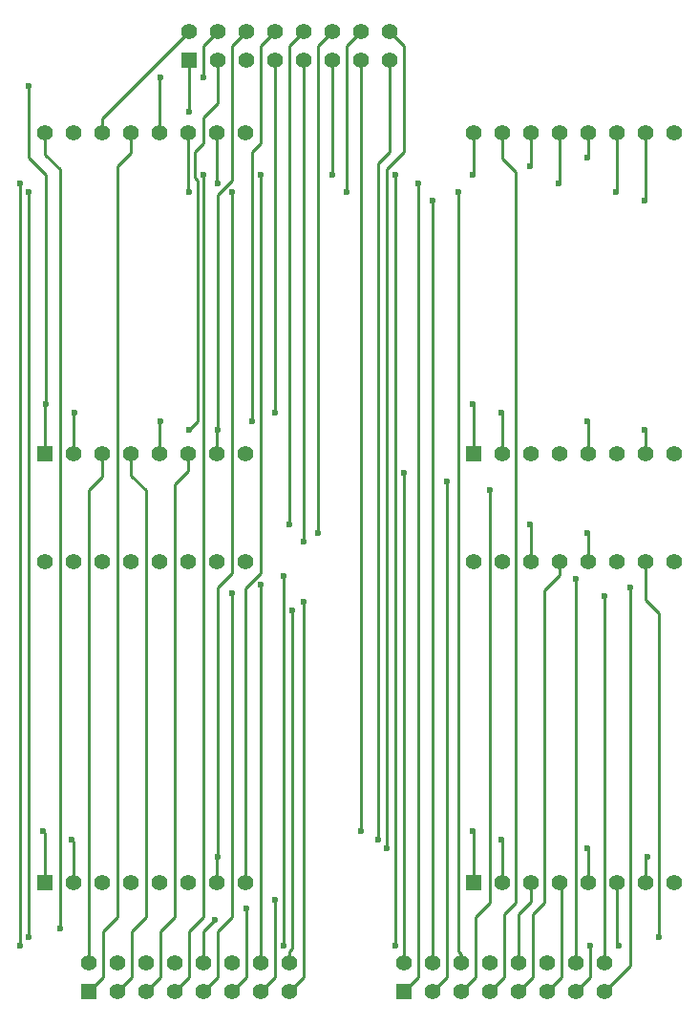
<source format=gbr>
G04 #@! TF.FileFunction,Copper,L2,Bot,Signal*
%FSLAX46Y46*%
G04 Gerber Fmt 4.6, Leading zero omitted, Abs format (unit mm)*
G04 Created by KiCad (PCBNEW 4.0.7) date 05/27/21 16:33:05*
%MOMM*%
%LPD*%
G01*
G04 APERTURE LIST*
%ADD10C,0.100000*%
%ADD11R,1.400000X1.400000*%
%ADD12C,1.400000*%
%ADD13C,0.600000*%
%ADD14C,0.250000*%
G04 APERTURE END LIST*
D10*
D11*
X63972000Y-138908000D03*
D12*
X63972000Y-136368000D03*
X66512000Y-138908000D03*
X66512000Y-136368000D03*
X69052000Y-138908000D03*
X69052000Y-136368000D03*
X71592000Y-138908000D03*
X71592000Y-136368000D03*
X74132000Y-138908000D03*
X74132000Y-136368000D03*
X76672000Y-138908000D03*
X76672000Y-136368000D03*
X79212000Y-138908000D03*
X79212000Y-136368000D03*
X81752000Y-138908000D03*
X81752000Y-136368000D03*
D11*
X91912000Y-138908000D03*
D12*
X91912000Y-136368000D03*
X94452000Y-138908000D03*
X94452000Y-136368000D03*
X96992000Y-138908000D03*
X96992000Y-136368000D03*
X99532000Y-138908000D03*
X99532000Y-136368000D03*
X102072000Y-138908000D03*
X102072000Y-136368000D03*
X104612000Y-138908000D03*
X104612000Y-136368000D03*
X107152000Y-138908000D03*
X107152000Y-136368000D03*
X109692000Y-138908000D03*
X109692000Y-136368000D03*
D11*
X72862000Y-56358000D03*
D12*
X72862000Y-53818000D03*
X75402000Y-56358000D03*
X75402000Y-53818000D03*
X77942000Y-56358000D03*
X77942000Y-53818000D03*
X80482000Y-56358000D03*
X80482000Y-53818000D03*
X83022000Y-56358000D03*
X83022000Y-53818000D03*
X85562000Y-56358000D03*
X85562000Y-53818000D03*
X88102000Y-56358000D03*
X88102000Y-53818000D03*
X90642000Y-56358000D03*
X90642000Y-53818000D03*
D11*
X60110000Y-91250000D03*
D12*
X62650000Y-91250000D03*
X65190000Y-91250000D03*
X67730000Y-91250000D03*
X70270000Y-91250000D03*
X72810000Y-91250000D03*
X75350000Y-91250000D03*
X77890000Y-91250000D03*
X77890000Y-62750000D03*
X75350000Y-62750000D03*
X72810000Y-62750000D03*
X70270000Y-62750000D03*
X67730000Y-62750000D03*
X65190000Y-62750000D03*
X62650000Y-62750000D03*
X60110000Y-62750000D03*
D11*
X60110000Y-129250000D03*
D12*
X62650000Y-129250000D03*
X65190000Y-129250000D03*
X67730000Y-129250000D03*
X70270000Y-129250000D03*
X72810000Y-129250000D03*
X75350000Y-129250000D03*
X77890000Y-129250000D03*
X77890000Y-100750000D03*
X75350000Y-100750000D03*
X72810000Y-100750000D03*
X70270000Y-100750000D03*
X67730000Y-100750000D03*
X65190000Y-100750000D03*
X62650000Y-100750000D03*
X60110000Y-100750000D03*
D11*
X98110000Y-91250000D03*
D12*
X100650000Y-91250000D03*
X103190000Y-91250000D03*
X105730000Y-91250000D03*
X108270000Y-91250000D03*
X110810000Y-91250000D03*
X113350000Y-91250000D03*
X115890000Y-91250000D03*
X115890000Y-62750000D03*
X113350000Y-62750000D03*
X110810000Y-62750000D03*
X108270000Y-62750000D03*
X105730000Y-62750000D03*
X103190000Y-62750000D03*
X100650000Y-62750000D03*
X98110000Y-62750000D03*
D11*
X98110000Y-129250000D03*
D12*
X100650000Y-129250000D03*
X103190000Y-129250000D03*
X105730000Y-129250000D03*
X108270000Y-129250000D03*
X110810000Y-129250000D03*
X113350000Y-129250000D03*
X115890000Y-129250000D03*
X115890000Y-100750000D03*
X113350000Y-100750000D03*
X110810000Y-100750000D03*
X108270000Y-100750000D03*
X105730000Y-100750000D03*
X103190000Y-100750000D03*
X100650000Y-100750000D03*
X98110000Y-100750000D03*
D13*
X75402000Y-67280000D03*
X57876000Y-67280000D03*
X57876000Y-134844000D03*
X72862000Y-68042000D03*
X58638000Y-68042000D03*
X58638000Y-134082000D03*
X74132000Y-66518000D03*
X61432000Y-133320000D03*
X76672000Y-103602000D03*
X75148000Y-132558000D03*
X77942000Y-131542000D03*
X81244000Y-102078000D03*
X81244000Y-134844000D03*
X80482000Y-130780000D03*
X79212000Y-102840000D03*
X83022000Y-104364000D03*
X82006000Y-105126000D03*
X105628000Y-67280000D03*
X93182000Y-67280000D03*
X91912000Y-92934000D03*
X95722000Y-93696000D03*
X113248000Y-68804000D03*
X94452000Y-68804000D03*
X99532000Y-94458000D03*
X110708000Y-68042000D03*
X96738000Y-68042000D03*
X91150000Y-134844000D03*
X98008000Y-66518000D03*
X91150000Y-66518000D03*
X114518000Y-134082000D03*
X110962000Y-134844000D03*
X108422000Y-134844000D03*
X107152000Y-102332000D03*
X111978000Y-103094000D03*
X109692000Y-103856000D03*
X72862000Y-60930000D03*
X103088000Y-65756000D03*
X72862000Y-89124000D03*
X108168000Y-64994000D03*
X70322000Y-57882000D03*
X74132000Y-57882000D03*
X58638000Y-58644000D03*
X98008000Y-86838000D03*
X60162000Y-86838000D03*
X113248000Y-89124000D03*
X75402000Y-89124000D03*
X80482000Y-87600000D03*
X100548000Y-87600000D03*
X62702000Y-87600000D03*
X78450000Y-88362000D03*
X108168000Y-88362000D03*
X70322000Y-88362000D03*
X83022000Y-99030000D03*
X81752000Y-97506000D03*
X103088000Y-97506000D03*
X85562000Y-66518000D03*
X79212000Y-66518000D03*
X84292000Y-98268000D03*
X108168000Y-98268000D03*
X88102000Y-124684000D03*
X98008000Y-124684000D03*
X59908000Y-124684000D03*
X86832000Y-68042000D03*
X76672000Y-68042000D03*
X113502000Y-126970000D03*
X75402000Y-126970000D03*
X89626000Y-125446000D03*
X62448000Y-125446000D03*
X100548000Y-125446000D03*
X90388000Y-126208000D03*
X108168000Y-126208000D03*
D14*
X63972000Y-138908000D02*
X65242000Y-137638000D01*
X67730000Y-64538000D02*
X67730000Y-62750000D01*
X66512000Y-65756000D02*
X67730000Y-64538000D01*
X66512000Y-132304000D02*
X66512000Y-65756000D01*
X65242000Y-133574000D02*
X66512000Y-132304000D01*
X65242000Y-137638000D02*
X65242000Y-133574000D01*
X63972000Y-136368000D02*
X63972000Y-94458000D01*
X65190000Y-93240000D02*
X65190000Y-91250000D01*
X63972000Y-94458000D02*
X65190000Y-93240000D01*
X66512000Y-138908000D02*
X67782000Y-137638000D01*
X67730000Y-93136000D02*
X67730000Y-91250000D01*
X69052000Y-94458000D02*
X67730000Y-93136000D01*
X69052000Y-132304000D02*
X69052000Y-94458000D01*
X67782000Y-133574000D02*
X69052000Y-132304000D01*
X67782000Y-137638000D02*
X67782000Y-133574000D01*
X57876000Y-134844000D02*
X57876000Y-67280000D01*
X75402000Y-67280000D02*
X75350000Y-67280000D01*
X75350000Y-67280000D02*
X75350000Y-62750000D01*
X69052000Y-138908000D02*
X70322000Y-137638000D01*
X72810000Y-92732000D02*
X72810000Y-91250000D01*
X71592000Y-93950000D02*
X72810000Y-92732000D01*
X71592000Y-132304000D02*
X71592000Y-93950000D01*
X70322000Y-133574000D02*
X71592000Y-132304000D01*
X70322000Y-137638000D02*
X70322000Y-133574000D01*
X72810000Y-67990000D02*
X72810000Y-62750000D01*
X72862000Y-68042000D02*
X72810000Y-67990000D01*
X58638000Y-134082000D02*
X58638000Y-68042000D01*
X71592000Y-138908000D02*
X72862000Y-137638000D01*
X74132000Y-132304000D02*
X74132000Y-66518000D01*
X72862000Y-133574000D02*
X74132000Y-132304000D01*
X72862000Y-137638000D02*
X72862000Y-133574000D01*
X60110000Y-64688000D02*
X60110000Y-62750000D01*
X61432000Y-66010000D02*
X60110000Y-64688000D01*
X61432000Y-133320000D02*
X61432000Y-66010000D01*
X74132000Y-138908000D02*
X75402000Y-137638000D01*
X76672000Y-132304000D02*
X76672000Y-103602000D01*
X75402000Y-133574000D02*
X76672000Y-132304000D01*
X75402000Y-137638000D02*
X75402000Y-133574000D01*
X74132000Y-136368000D02*
X74132000Y-133574000D01*
X74132000Y-133574000D02*
X75148000Y-132558000D01*
X76672000Y-138908000D02*
X77942000Y-137638000D01*
X77942000Y-137638000D02*
X77942000Y-131542000D01*
X81244000Y-134844000D02*
X81244000Y-102078000D01*
X79212000Y-138908000D02*
X80482000Y-137638000D01*
X80482000Y-137638000D02*
X80482000Y-130780000D01*
X79212000Y-136368000D02*
X79212000Y-102840000D01*
X81752000Y-138908000D02*
X83022000Y-137638000D01*
X83022000Y-137638000D02*
X83022000Y-104364000D01*
X81752000Y-136368000D02*
X81752000Y-135352000D01*
X82006000Y-135098000D02*
X82006000Y-105126000D01*
X81752000Y-135352000D02*
X82006000Y-135098000D01*
X91912000Y-138908000D02*
X93182000Y-137638000D01*
X105730000Y-67178000D02*
X105730000Y-62750000D01*
X105628000Y-67280000D02*
X105730000Y-67178000D01*
X93182000Y-137638000D02*
X93182000Y-67280000D01*
X91912000Y-136368000D02*
X91912000Y-92934000D01*
X94452000Y-138908000D02*
X95722000Y-137638000D01*
X95722000Y-137638000D02*
X95722000Y-93696000D01*
X94452000Y-136368000D02*
X94452000Y-68804000D01*
X113350000Y-68702000D02*
X113350000Y-62750000D01*
X113248000Y-68804000D02*
X113350000Y-68702000D01*
X96992000Y-138908000D02*
X98262000Y-137638000D01*
X99532000Y-131034000D02*
X99532000Y-94458000D01*
X98262000Y-132304000D02*
X99532000Y-131034000D01*
X98262000Y-137638000D02*
X98262000Y-132304000D01*
X96992000Y-136368000D02*
X96992000Y-135606000D01*
X110810000Y-67940000D02*
X110810000Y-62750000D01*
X110708000Y-68042000D02*
X110810000Y-67940000D01*
X96738000Y-135352000D02*
X96738000Y-68042000D01*
X96992000Y-135606000D02*
X96738000Y-135352000D01*
X99532000Y-138908000D02*
X100802000Y-137638000D01*
X100650000Y-65096000D02*
X100650000Y-62750000D01*
X101818000Y-66264000D02*
X100650000Y-65096000D01*
X101818000Y-131034000D02*
X101818000Y-66264000D01*
X100802000Y-132050000D02*
X101818000Y-131034000D01*
X100802000Y-137638000D02*
X100802000Y-132050000D01*
X91150000Y-66518000D02*
X91150000Y-134844000D01*
X98110000Y-66416000D02*
X98110000Y-62750000D01*
X98008000Y-66518000D02*
X98110000Y-66416000D01*
X102072000Y-138908000D02*
X103342000Y-137638000D01*
X105730000Y-101976000D02*
X105730000Y-100750000D01*
X104358000Y-103348000D02*
X105730000Y-101976000D01*
X104358000Y-131034000D02*
X104358000Y-103348000D01*
X103342000Y-132050000D02*
X104358000Y-131034000D01*
X103342000Y-137638000D02*
X103342000Y-132050000D01*
X102072000Y-136368000D02*
X102072000Y-132050000D01*
X103190000Y-130932000D02*
X103190000Y-129250000D01*
X102072000Y-132050000D02*
X103190000Y-130932000D01*
X104612000Y-138908000D02*
X105882000Y-137638000D01*
X105882000Y-137638000D02*
X105882000Y-129402000D01*
X105882000Y-129402000D02*
X105730000Y-129250000D01*
X113350000Y-104212000D02*
X113350000Y-100750000D01*
X114518000Y-105380000D02*
X113350000Y-104212000D01*
X114518000Y-134082000D02*
X114518000Y-105380000D01*
X107152000Y-138908000D02*
X108422000Y-137638000D01*
X110810000Y-134692000D02*
X110810000Y-129250000D01*
X110962000Y-134844000D02*
X110810000Y-134692000D01*
X108422000Y-137638000D02*
X108422000Y-134844000D01*
X107152000Y-136368000D02*
X107152000Y-102332000D01*
X111978000Y-136622000D02*
X111978000Y-103094000D01*
X109692000Y-138908000D02*
X111978000Y-136622000D01*
X109692000Y-136368000D02*
X109692000Y-103856000D01*
X72862000Y-60930000D02*
X72862000Y-56358000D01*
X65190000Y-62750000D02*
X65190000Y-61490000D01*
X65190000Y-61490000D02*
X72862000Y-53818000D01*
X103190000Y-62750000D02*
X103190000Y-65654000D01*
X103190000Y-65654000D02*
X103088000Y-65756000D01*
X75402000Y-56358000D02*
X75402000Y-60168000D01*
X73624000Y-88362000D02*
X72862000Y-89124000D01*
X73624000Y-67026000D02*
X73624000Y-88362000D01*
X73370000Y-66772000D02*
X73624000Y-67026000D01*
X73370000Y-64486000D02*
X73370000Y-66772000D01*
X74132000Y-63724000D02*
X73370000Y-64486000D01*
X74132000Y-61438000D02*
X74132000Y-63724000D01*
X75402000Y-60168000D02*
X74132000Y-61438000D01*
X108270000Y-62750000D02*
X108270000Y-64892000D01*
X108270000Y-64892000D02*
X108168000Y-64994000D01*
X75402000Y-53818000D02*
X74132000Y-55088000D01*
X70270000Y-57934000D02*
X70270000Y-62750000D01*
X70322000Y-57882000D02*
X70270000Y-57934000D01*
X74132000Y-55088000D02*
X74132000Y-57882000D01*
X60162000Y-66518000D02*
X60162000Y-86838000D01*
X58638000Y-64994000D02*
X60162000Y-66518000D01*
X58638000Y-58644000D02*
X58638000Y-64994000D01*
X60110000Y-91250000D02*
X60110000Y-86890000D01*
X98110000Y-86940000D02*
X98110000Y-91250000D01*
X98008000Y-86838000D02*
X98110000Y-86940000D01*
X60110000Y-86890000D02*
X60162000Y-86838000D01*
X77942000Y-53818000D02*
X76672000Y-55088000D01*
X75402000Y-68296000D02*
X75402000Y-89124000D01*
X76672000Y-67026000D02*
X75402000Y-68296000D01*
X76672000Y-55088000D02*
X76672000Y-67026000D01*
X75350000Y-91250000D02*
X75350000Y-89176000D01*
X113350000Y-89226000D02*
X113350000Y-91250000D01*
X113248000Y-89124000D02*
X113350000Y-89226000D01*
X75350000Y-89176000D02*
X75402000Y-89124000D01*
X80482000Y-56358000D02*
X80482000Y-87600000D01*
X62650000Y-91250000D02*
X62650000Y-87652000D01*
X100650000Y-87702000D02*
X100650000Y-91250000D01*
X100548000Y-87600000D02*
X100650000Y-87702000D01*
X62650000Y-87652000D02*
X62702000Y-87600000D01*
X80482000Y-53818000D02*
X79212000Y-55088000D01*
X78450000Y-64486000D02*
X78450000Y-88362000D01*
X79212000Y-63724000D02*
X78450000Y-64486000D01*
X79212000Y-55088000D02*
X79212000Y-63724000D01*
X70270000Y-91250000D02*
X70270000Y-88414000D01*
X108270000Y-88464000D02*
X108270000Y-91250000D01*
X108168000Y-88362000D02*
X108270000Y-88464000D01*
X70270000Y-88414000D02*
X70322000Y-88362000D01*
X83022000Y-56358000D02*
X83022000Y-99030000D01*
X83022000Y-53818000D02*
X81752000Y-55088000D01*
X81752000Y-55088000D02*
X81752000Y-97506000D01*
X103190000Y-97608000D02*
X103190000Y-100750000D01*
X103088000Y-97506000D02*
X103190000Y-97608000D01*
X77890000Y-129250000D02*
X77890000Y-103146000D01*
X85562000Y-66518000D02*
X85562000Y-56358000D01*
X79212000Y-101824000D02*
X79212000Y-66518000D01*
X77890000Y-103146000D02*
X79212000Y-101824000D01*
X85562000Y-53818000D02*
X84292000Y-55088000D01*
X84292000Y-55088000D02*
X84292000Y-98268000D01*
X108270000Y-98370000D02*
X108270000Y-100750000D01*
X108168000Y-98268000D02*
X108270000Y-98370000D01*
X88102000Y-56358000D02*
X88102000Y-124684000D01*
X60110000Y-129250000D02*
X60110000Y-124886000D01*
X98110000Y-124786000D02*
X98110000Y-129250000D01*
X98008000Y-124684000D02*
X98110000Y-124786000D01*
X60110000Y-124886000D02*
X59908000Y-124684000D01*
X75402000Y-126970000D02*
X75402000Y-103094000D01*
X86832000Y-55088000D02*
X88102000Y-53818000D01*
X86832000Y-68042000D02*
X86832000Y-55088000D01*
X76672000Y-101824000D02*
X76672000Y-68042000D01*
X75402000Y-103094000D02*
X76672000Y-101824000D01*
X75350000Y-129250000D02*
X75350000Y-127022000D01*
X113350000Y-127122000D02*
X113350000Y-129250000D01*
X113502000Y-126970000D02*
X113350000Y-127122000D01*
X75350000Y-127022000D02*
X75402000Y-126970000D01*
X89626000Y-65502000D02*
X89626000Y-125446000D01*
X90642000Y-64486000D02*
X90642000Y-56358000D01*
X89626000Y-65502000D02*
X90642000Y-64486000D01*
X62650000Y-129250000D02*
X62650000Y-125648000D01*
X62650000Y-125648000D02*
X62448000Y-125446000D01*
X100650000Y-125548000D02*
X100650000Y-129250000D01*
X100548000Y-125446000D02*
X100650000Y-125548000D01*
X90388000Y-66010000D02*
X90388000Y-126208000D01*
X91912000Y-55088000D02*
X90642000Y-53818000D01*
X91912000Y-64486000D02*
X91912000Y-55088000D01*
X90388000Y-66010000D02*
X91912000Y-64486000D01*
X108270000Y-126310000D02*
X108270000Y-129250000D01*
X108168000Y-126208000D02*
X108270000Y-126310000D01*
M02*

</source>
